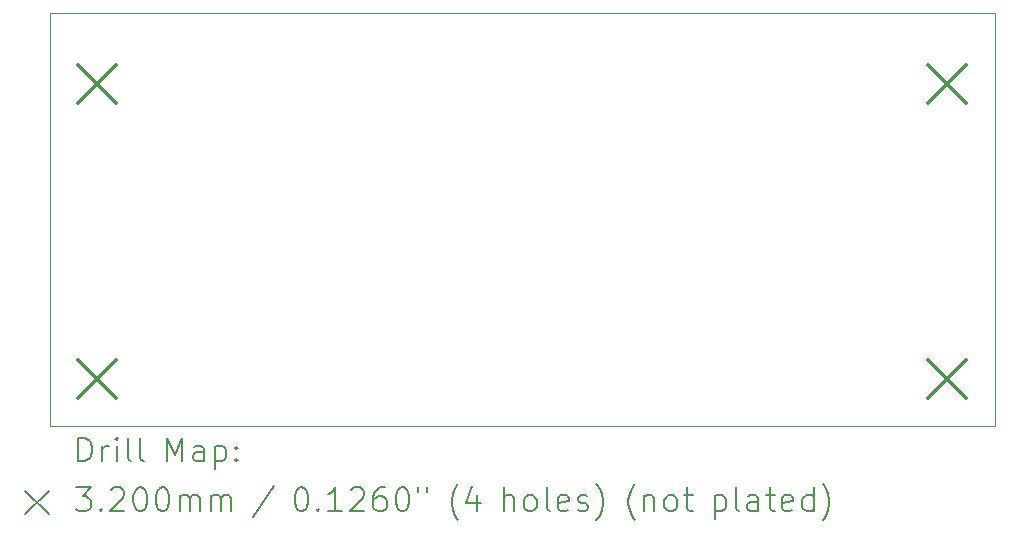
<source format=gbr>
%TF.GenerationSoftware,KiCad,Pcbnew,(7.0.0)*%
%TF.CreationDate,2023-02-19T07:11:06+03:00*%
%TF.ProjectId,V0_McDisplay,56305f4d-6344-4697-9370-6c61792e6b69,1*%
%TF.SameCoordinates,Original*%
%TF.FileFunction,Drillmap*%
%TF.FilePolarity,Positive*%
%FSLAX45Y45*%
G04 Gerber Fmt 4.5, Leading zero omitted, Abs format (unit mm)*
G04 Created by KiCad (PCBNEW (7.0.0)) date 2023-02-19 07:11:06*
%MOMM*%
%LPD*%
G01*
G04 APERTURE LIST*
%ADD10C,0.100000*%
%ADD11C,0.200000*%
%ADD12C,0.320000*%
G04 APERTURE END LIST*
D10*
X0Y0D02*
X8000000Y0D01*
X8000000Y0D02*
X8000000Y-3500000D01*
X8000000Y-3500000D02*
X0Y-3500000D01*
X0Y-3500000D02*
X0Y0D01*
D11*
D12*
X240000Y-440000D02*
X560000Y-760000D01*
X560000Y-440000D02*
X240000Y-760000D01*
X240000Y-2940000D02*
X560000Y-3260000D01*
X560000Y-2940000D02*
X240000Y-3260000D01*
X7440000Y-440000D02*
X7760000Y-760000D01*
X7760000Y-440000D02*
X7440000Y-760000D01*
X7440000Y-2940000D02*
X7760000Y-3260000D01*
X7760000Y-2940000D02*
X7440000Y-3260000D01*
D11*
X242619Y-3798476D02*
X242619Y-3598476D01*
X242619Y-3598476D02*
X290238Y-3598476D01*
X290238Y-3598476D02*
X318810Y-3608000D01*
X318810Y-3608000D02*
X337857Y-3627048D01*
X337857Y-3627048D02*
X347381Y-3646095D01*
X347381Y-3646095D02*
X356905Y-3684190D01*
X356905Y-3684190D02*
X356905Y-3712762D01*
X356905Y-3712762D02*
X347381Y-3750857D01*
X347381Y-3750857D02*
X337857Y-3769905D01*
X337857Y-3769905D02*
X318810Y-3788952D01*
X318810Y-3788952D02*
X290238Y-3798476D01*
X290238Y-3798476D02*
X242619Y-3798476D01*
X442619Y-3798476D02*
X442619Y-3665143D01*
X442619Y-3703238D02*
X452143Y-3684190D01*
X452143Y-3684190D02*
X461667Y-3674667D01*
X461667Y-3674667D02*
X480714Y-3665143D01*
X480714Y-3665143D02*
X499762Y-3665143D01*
X566429Y-3798476D02*
X566429Y-3665143D01*
X566429Y-3598476D02*
X556905Y-3608000D01*
X556905Y-3608000D02*
X566429Y-3617524D01*
X566429Y-3617524D02*
X575952Y-3608000D01*
X575952Y-3608000D02*
X566429Y-3598476D01*
X566429Y-3598476D02*
X566429Y-3617524D01*
X690238Y-3798476D02*
X671190Y-3788952D01*
X671190Y-3788952D02*
X661667Y-3769905D01*
X661667Y-3769905D02*
X661667Y-3598476D01*
X795000Y-3798476D02*
X775952Y-3788952D01*
X775952Y-3788952D02*
X766428Y-3769905D01*
X766428Y-3769905D02*
X766428Y-3598476D01*
X991190Y-3798476D02*
X991190Y-3598476D01*
X991190Y-3598476D02*
X1057857Y-3741333D01*
X1057857Y-3741333D02*
X1124524Y-3598476D01*
X1124524Y-3598476D02*
X1124524Y-3798476D01*
X1305476Y-3798476D02*
X1305476Y-3693714D01*
X1305476Y-3693714D02*
X1295952Y-3674667D01*
X1295952Y-3674667D02*
X1276905Y-3665143D01*
X1276905Y-3665143D02*
X1238809Y-3665143D01*
X1238809Y-3665143D02*
X1219762Y-3674667D01*
X1305476Y-3788952D02*
X1286429Y-3798476D01*
X1286429Y-3798476D02*
X1238809Y-3798476D01*
X1238809Y-3798476D02*
X1219762Y-3788952D01*
X1219762Y-3788952D02*
X1210238Y-3769905D01*
X1210238Y-3769905D02*
X1210238Y-3750857D01*
X1210238Y-3750857D02*
X1219762Y-3731809D01*
X1219762Y-3731809D02*
X1238809Y-3722286D01*
X1238809Y-3722286D02*
X1286429Y-3722286D01*
X1286429Y-3722286D02*
X1305476Y-3712762D01*
X1400714Y-3665143D02*
X1400714Y-3865143D01*
X1400714Y-3674667D02*
X1419762Y-3665143D01*
X1419762Y-3665143D02*
X1457857Y-3665143D01*
X1457857Y-3665143D02*
X1476905Y-3674667D01*
X1476905Y-3674667D02*
X1486428Y-3684190D01*
X1486428Y-3684190D02*
X1495952Y-3703238D01*
X1495952Y-3703238D02*
X1495952Y-3760381D01*
X1495952Y-3760381D02*
X1486428Y-3779428D01*
X1486428Y-3779428D02*
X1476905Y-3788952D01*
X1476905Y-3788952D02*
X1457857Y-3798476D01*
X1457857Y-3798476D02*
X1419762Y-3798476D01*
X1419762Y-3798476D02*
X1400714Y-3788952D01*
X1581667Y-3779428D02*
X1591190Y-3788952D01*
X1591190Y-3788952D02*
X1581667Y-3798476D01*
X1581667Y-3798476D02*
X1572143Y-3788952D01*
X1572143Y-3788952D02*
X1581667Y-3779428D01*
X1581667Y-3779428D02*
X1581667Y-3798476D01*
X1581667Y-3674667D02*
X1591190Y-3684190D01*
X1591190Y-3684190D02*
X1581667Y-3693714D01*
X1581667Y-3693714D02*
X1572143Y-3684190D01*
X1572143Y-3684190D02*
X1581667Y-3674667D01*
X1581667Y-3674667D02*
X1581667Y-3693714D01*
X-205000Y-4045000D02*
X-5000Y-4245000D01*
X-5000Y-4045000D02*
X-205000Y-4245000D01*
X223571Y-4018476D02*
X347381Y-4018476D01*
X347381Y-4018476D02*
X280714Y-4094667D01*
X280714Y-4094667D02*
X309286Y-4094667D01*
X309286Y-4094667D02*
X328333Y-4104190D01*
X328333Y-4104190D02*
X337857Y-4113714D01*
X337857Y-4113714D02*
X347381Y-4132762D01*
X347381Y-4132762D02*
X347381Y-4180381D01*
X347381Y-4180381D02*
X337857Y-4199429D01*
X337857Y-4199429D02*
X328333Y-4208952D01*
X328333Y-4208952D02*
X309286Y-4218476D01*
X309286Y-4218476D02*
X252143Y-4218476D01*
X252143Y-4218476D02*
X233095Y-4208952D01*
X233095Y-4208952D02*
X223571Y-4199429D01*
X433095Y-4199429D02*
X442619Y-4208952D01*
X442619Y-4208952D02*
X433095Y-4218476D01*
X433095Y-4218476D02*
X423571Y-4208952D01*
X423571Y-4208952D02*
X433095Y-4199429D01*
X433095Y-4199429D02*
X433095Y-4218476D01*
X518809Y-4037524D02*
X528333Y-4028000D01*
X528333Y-4028000D02*
X547381Y-4018476D01*
X547381Y-4018476D02*
X595000Y-4018476D01*
X595000Y-4018476D02*
X614048Y-4028000D01*
X614048Y-4028000D02*
X623571Y-4037524D01*
X623571Y-4037524D02*
X633095Y-4056571D01*
X633095Y-4056571D02*
X633095Y-4075619D01*
X633095Y-4075619D02*
X623571Y-4104190D01*
X623571Y-4104190D02*
X509286Y-4218476D01*
X509286Y-4218476D02*
X633095Y-4218476D01*
X756905Y-4018476D02*
X775952Y-4018476D01*
X775952Y-4018476D02*
X795000Y-4028000D01*
X795000Y-4028000D02*
X804524Y-4037524D01*
X804524Y-4037524D02*
X814048Y-4056571D01*
X814048Y-4056571D02*
X823571Y-4094667D01*
X823571Y-4094667D02*
X823571Y-4142286D01*
X823571Y-4142286D02*
X814048Y-4180381D01*
X814048Y-4180381D02*
X804524Y-4199429D01*
X804524Y-4199429D02*
X795000Y-4208952D01*
X795000Y-4208952D02*
X775952Y-4218476D01*
X775952Y-4218476D02*
X756905Y-4218476D01*
X756905Y-4218476D02*
X737857Y-4208952D01*
X737857Y-4208952D02*
X728333Y-4199429D01*
X728333Y-4199429D02*
X718809Y-4180381D01*
X718809Y-4180381D02*
X709286Y-4142286D01*
X709286Y-4142286D02*
X709286Y-4094667D01*
X709286Y-4094667D02*
X718809Y-4056571D01*
X718809Y-4056571D02*
X728333Y-4037524D01*
X728333Y-4037524D02*
X737857Y-4028000D01*
X737857Y-4028000D02*
X756905Y-4018476D01*
X947381Y-4018476D02*
X966429Y-4018476D01*
X966429Y-4018476D02*
X985476Y-4028000D01*
X985476Y-4028000D02*
X995000Y-4037524D01*
X995000Y-4037524D02*
X1004524Y-4056571D01*
X1004524Y-4056571D02*
X1014048Y-4094667D01*
X1014048Y-4094667D02*
X1014048Y-4142286D01*
X1014048Y-4142286D02*
X1004524Y-4180381D01*
X1004524Y-4180381D02*
X995000Y-4199429D01*
X995000Y-4199429D02*
X985476Y-4208952D01*
X985476Y-4208952D02*
X966429Y-4218476D01*
X966429Y-4218476D02*
X947381Y-4218476D01*
X947381Y-4218476D02*
X928333Y-4208952D01*
X928333Y-4208952D02*
X918809Y-4199429D01*
X918809Y-4199429D02*
X909286Y-4180381D01*
X909286Y-4180381D02*
X899762Y-4142286D01*
X899762Y-4142286D02*
X899762Y-4094667D01*
X899762Y-4094667D02*
X909286Y-4056571D01*
X909286Y-4056571D02*
X918809Y-4037524D01*
X918809Y-4037524D02*
X928333Y-4028000D01*
X928333Y-4028000D02*
X947381Y-4018476D01*
X1099762Y-4218476D02*
X1099762Y-4085143D01*
X1099762Y-4104190D02*
X1109286Y-4094667D01*
X1109286Y-4094667D02*
X1128333Y-4085143D01*
X1128333Y-4085143D02*
X1156905Y-4085143D01*
X1156905Y-4085143D02*
X1175952Y-4094667D01*
X1175952Y-4094667D02*
X1185476Y-4113714D01*
X1185476Y-4113714D02*
X1185476Y-4218476D01*
X1185476Y-4113714D02*
X1195000Y-4094667D01*
X1195000Y-4094667D02*
X1214048Y-4085143D01*
X1214048Y-4085143D02*
X1242619Y-4085143D01*
X1242619Y-4085143D02*
X1261667Y-4094667D01*
X1261667Y-4094667D02*
X1271191Y-4113714D01*
X1271191Y-4113714D02*
X1271191Y-4218476D01*
X1366429Y-4218476D02*
X1366429Y-4085143D01*
X1366429Y-4104190D02*
X1375952Y-4094667D01*
X1375952Y-4094667D02*
X1395000Y-4085143D01*
X1395000Y-4085143D02*
X1423571Y-4085143D01*
X1423571Y-4085143D02*
X1442619Y-4094667D01*
X1442619Y-4094667D02*
X1452143Y-4113714D01*
X1452143Y-4113714D02*
X1452143Y-4218476D01*
X1452143Y-4113714D02*
X1461667Y-4094667D01*
X1461667Y-4094667D02*
X1480714Y-4085143D01*
X1480714Y-4085143D02*
X1509286Y-4085143D01*
X1509286Y-4085143D02*
X1528333Y-4094667D01*
X1528333Y-4094667D02*
X1537857Y-4113714D01*
X1537857Y-4113714D02*
X1537857Y-4218476D01*
X1895952Y-4008952D02*
X1724524Y-4266095D01*
X2120714Y-4018476D02*
X2139762Y-4018476D01*
X2139762Y-4018476D02*
X2158810Y-4028000D01*
X2158810Y-4028000D02*
X2168333Y-4037524D01*
X2168333Y-4037524D02*
X2177857Y-4056571D01*
X2177857Y-4056571D02*
X2187381Y-4094667D01*
X2187381Y-4094667D02*
X2187381Y-4142286D01*
X2187381Y-4142286D02*
X2177857Y-4180381D01*
X2177857Y-4180381D02*
X2168333Y-4199429D01*
X2168333Y-4199429D02*
X2158810Y-4208952D01*
X2158810Y-4208952D02*
X2139762Y-4218476D01*
X2139762Y-4218476D02*
X2120714Y-4218476D01*
X2120714Y-4218476D02*
X2101667Y-4208952D01*
X2101667Y-4208952D02*
X2092143Y-4199429D01*
X2092143Y-4199429D02*
X2082619Y-4180381D01*
X2082619Y-4180381D02*
X2073095Y-4142286D01*
X2073095Y-4142286D02*
X2073095Y-4094667D01*
X2073095Y-4094667D02*
X2082619Y-4056571D01*
X2082619Y-4056571D02*
X2092143Y-4037524D01*
X2092143Y-4037524D02*
X2101667Y-4028000D01*
X2101667Y-4028000D02*
X2120714Y-4018476D01*
X2273095Y-4199429D02*
X2282619Y-4208952D01*
X2282619Y-4208952D02*
X2273095Y-4218476D01*
X2273095Y-4218476D02*
X2263572Y-4208952D01*
X2263572Y-4208952D02*
X2273095Y-4199429D01*
X2273095Y-4199429D02*
X2273095Y-4218476D01*
X2473095Y-4218476D02*
X2358810Y-4218476D01*
X2415952Y-4218476D02*
X2415952Y-4018476D01*
X2415952Y-4018476D02*
X2396905Y-4047048D01*
X2396905Y-4047048D02*
X2377857Y-4066095D01*
X2377857Y-4066095D02*
X2358810Y-4075619D01*
X2549286Y-4037524D02*
X2558810Y-4028000D01*
X2558810Y-4028000D02*
X2577857Y-4018476D01*
X2577857Y-4018476D02*
X2625476Y-4018476D01*
X2625476Y-4018476D02*
X2644524Y-4028000D01*
X2644524Y-4028000D02*
X2654048Y-4037524D01*
X2654048Y-4037524D02*
X2663572Y-4056571D01*
X2663572Y-4056571D02*
X2663572Y-4075619D01*
X2663572Y-4075619D02*
X2654048Y-4104190D01*
X2654048Y-4104190D02*
X2539762Y-4218476D01*
X2539762Y-4218476D02*
X2663572Y-4218476D01*
X2835000Y-4018476D02*
X2796905Y-4018476D01*
X2796905Y-4018476D02*
X2777857Y-4028000D01*
X2777857Y-4028000D02*
X2768333Y-4037524D01*
X2768333Y-4037524D02*
X2749286Y-4066095D01*
X2749286Y-4066095D02*
X2739762Y-4104190D01*
X2739762Y-4104190D02*
X2739762Y-4180381D01*
X2739762Y-4180381D02*
X2749286Y-4199429D01*
X2749286Y-4199429D02*
X2758810Y-4208952D01*
X2758810Y-4208952D02*
X2777857Y-4218476D01*
X2777857Y-4218476D02*
X2815952Y-4218476D01*
X2815952Y-4218476D02*
X2835000Y-4208952D01*
X2835000Y-4208952D02*
X2844524Y-4199429D01*
X2844524Y-4199429D02*
X2854048Y-4180381D01*
X2854048Y-4180381D02*
X2854048Y-4132762D01*
X2854048Y-4132762D02*
X2844524Y-4113714D01*
X2844524Y-4113714D02*
X2835000Y-4104190D01*
X2835000Y-4104190D02*
X2815952Y-4094667D01*
X2815952Y-4094667D02*
X2777857Y-4094667D01*
X2777857Y-4094667D02*
X2758810Y-4104190D01*
X2758810Y-4104190D02*
X2749286Y-4113714D01*
X2749286Y-4113714D02*
X2739762Y-4132762D01*
X2977857Y-4018476D02*
X2996905Y-4018476D01*
X2996905Y-4018476D02*
X3015952Y-4028000D01*
X3015952Y-4028000D02*
X3025476Y-4037524D01*
X3025476Y-4037524D02*
X3035000Y-4056571D01*
X3035000Y-4056571D02*
X3044524Y-4094667D01*
X3044524Y-4094667D02*
X3044524Y-4142286D01*
X3044524Y-4142286D02*
X3035000Y-4180381D01*
X3035000Y-4180381D02*
X3025476Y-4199429D01*
X3025476Y-4199429D02*
X3015952Y-4208952D01*
X3015952Y-4208952D02*
X2996905Y-4218476D01*
X2996905Y-4218476D02*
X2977857Y-4218476D01*
X2977857Y-4218476D02*
X2958810Y-4208952D01*
X2958810Y-4208952D02*
X2949286Y-4199429D01*
X2949286Y-4199429D02*
X2939762Y-4180381D01*
X2939762Y-4180381D02*
X2930238Y-4142286D01*
X2930238Y-4142286D02*
X2930238Y-4094667D01*
X2930238Y-4094667D02*
X2939762Y-4056571D01*
X2939762Y-4056571D02*
X2949286Y-4037524D01*
X2949286Y-4037524D02*
X2958810Y-4028000D01*
X2958810Y-4028000D02*
X2977857Y-4018476D01*
X3120714Y-4018476D02*
X3120714Y-4056571D01*
X3196905Y-4018476D02*
X3196905Y-4056571D01*
X3459762Y-4294667D02*
X3450238Y-4285143D01*
X3450238Y-4285143D02*
X3431191Y-4256571D01*
X3431191Y-4256571D02*
X3421667Y-4237524D01*
X3421667Y-4237524D02*
X3412143Y-4208952D01*
X3412143Y-4208952D02*
X3402619Y-4161333D01*
X3402619Y-4161333D02*
X3402619Y-4123238D01*
X3402619Y-4123238D02*
X3412143Y-4075619D01*
X3412143Y-4075619D02*
X3421667Y-4047048D01*
X3421667Y-4047048D02*
X3431191Y-4028000D01*
X3431191Y-4028000D02*
X3450238Y-3999428D01*
X3450238Y-3999428D02*
X3459762Y-3989905D01*
X3621667Y-4085143D02*
X3621667Y-4218476D01*
X3574048Y-4008952D02*
X3526429Y-4151809D01*
X3526429Y-4151809D02*
X3650238Y-4151809D01*
X3846429Y-4218476D02*
X3846429Y-4018476D01*
X3932143Y-4218476D02*
X3932143Y-4113714D01*
X3932143Y-4113714D02*
X3922619Y-4094667D01*
X3922619Y-4094667D02*
X3903572Y-4085143D01*
X3903572Y-4085143D02*
X3875000Y-4085143D01*
X3875000Y-4085143D02*
X3855952Y-4094667D01*
X3855952Y-4094667D02*
X3846429Y-4104190D01*
X4055952Y-4218476D02*
X4036905Y-4208952D01*
X4036905Y-4208952D02*
X4027381Y-4199429D01*
X4027381Y-4199429D02*
X4017857Y-4180381D01*
X4017857Y-4180381D02*
X4017857Y-4123238D01*
X4017857Y-4123238D02*
X4027381Y-4104190D01*
X4027381Y-4104190D02*
X4036905Y-4094667D01*
X4036905Y-4094667D02*
X4055952Y-4085143D01*
X4055952Y-4085143D02*
X4084524Y-4085143D01*
X4084524Y-4085143D02*
X4103572Y-4094667D01*
X4103572Y-4094667D02*
X4113095Y-4104190D01*
X4113095Y-4104190D02*
X4122619Y-4123238D01*
X4122619Y-4123238D02*
X4122619Y-4180381D01*
X4122619Y-4180381D02*
X4113095Y-4199429D01*
X4113095Y-4199429D02*
X4103572Y-4208952D01*
X4103572Y-4208952D02*
X4084524Y-4218476D01*
X4084524Y-4218476D02*
X4055952Y-4218476D01*
X4236905Y-4218476D02*
X4217857Y-4208952D01*
X4217857Y-4208952D02*
X4208334Y-4189905D01*
X4208334Y-4189905D02*
X4208334Y-4018476D01*
X4389286Y-4208952D02*
X4370238Y-4218476D01*
X4370238Y-4218476D02*
X4332143Y-4218476D01*
X4332143Y-4218476D02*
X4313095Y-4208952D01*
X4313095Y-4208952D02*
X4303572Y-4189905D01*
X4303572Y-4189905D02*
X4303572Y-4113714D01*
X4303572Y-4113714D02*
X4313095Y-4094667D01*
X4313095Y-4094667D02*
X4332143Y-4085143D01*
X4332143Y-4085143D02*
X4370238Y-4085143D01*
X4370238Y-4085143D02*
X4389286Y-4094667D01*
X4389286Y-4094667D02*
X4398810Y-4113714D01*
X4398810Y-4113714D02*
X4398810Y-4132762D01*
X4398810Y-4132762D02*
X4303572Y-4151809D01*
X4475000Y-4208952D02*
X4494048Y-4218476D01*
X4494048Y-4218476D02*
X4532143Y-4218476D01*
X4532143Y-4218476D02*
X4551191Y-4208952D01*
X4551191Y-4208952D02*
X4560715Y-4189905D01*
X4560715Y-4189905D02*
X4560715Y-4180381D01*
X4560715Y-4180381D02*
X4551191Y-4161333D01*
X4551191Y-4161333D02*
X4532143Y-4151809D01*
X4532143Y-4151809D02*
X4503572Y-4151809D01*
X4503572Y-4151809D02*
X4484524Y-4142286D01*
X4484524Y-4142286D02*
X4475000Y-4123238D01*
X4475000Y-4123238D02*
X4475000Y-4113714D01*
X4475000Y-4113714D02*
X4484524Y-4094667D01*
X4484524Y-4094667D02*
X4503572Y-4085143D01*
X4503572Y-4085143D02*
X4532143Y-4085143D01*
X4532143Y-4085143D02*
X4551191Y-4094667D01*
X4627381Y-4294667D02*
X4636905Y-4285143D01*
X4636905Y-4285143D02*
X4655953Y-4256571D01*
X4655953Y-4256571D02*
X4665476Y-4237524D01*
X4665476Y-4237524D02*
X4675000Y-4208952D01*
X4675000Y-4208952D02*
X4684524Y-4161333D01*
X4684524Y-4161333D02*
X4684524Y-4123238D01*
X4684524Y-4123238D02*
X4675000Y-4075619D01*
X4675000Y-4075619D02*
X4665476Y-4047048D01*
X4665476Y-4047048D02*
X4655953Y-4028000D01*
X4655953Y-4028000D02*
X4636905Y-3999428D01*
X4636905Y-3999428D02*
X4627381Y-3989905D01*
X4956905Y-4294667D02*
X4947381Y-4285143D01*
X4947381Y-4285143D02*
X4928334Y-4256571D01*
X4928334Y-4256571D02*
X4918810Y-4237524D01*
X4918810Y-4237524D02*
X4909286Y-4208952D01*
X4909286Y-4208952D02*
X4899762Y-4161333D01*
X4899762Y-4161333D02*
X4899762Y-4123238D01*
X4899762Y-4123238D02*
X4909286Y-4075619D01*
X4909286Y-4075619D02*
X4918810Y-4047048D01*
X4918810Y-4047048D02*
X4928334Y-4028000D01*
X4928334Y-4028000D02*
X4947381Y-3999428D01*
X4947381Y-3999428D02*
X4956905Y-3989905D01*
X5033095Y-4085143D02*
X5033095Y-4218476D01*
X5033095Y-4104190D02*
X5042619Y-4094667D01*
X5042619Y-4094667D02*
X5061667Y-4085143D01*
X5061667Y-4085143D02*
X5090238Y-4085143D01*
X5090238Y-4085143D02*
X5109286Y-4094667D01*
X5109286Y-4094667D02*
X5118810Y-4113714D01*
X5118810Y-4113714D02*
X5118810Y-4218476D01*
X5242619Y-4218476D02*
X5223572Y-4208952D01*
X5223572Y-4208952D02*
X5214048Y-4199429D01*
X5214048Y-4199429D02*
X5204524Y-4180381D01*
X5204524Y-4180381D02*
X5204524Y-4123238D01*
X5204524Y-4123238D02*
X5214048Y-4104190D01*
X5214048Y-4104190D02*
X5223572Y-4094667D01*
X5223572Y-4094667D02*
X5242619Y-4085143D01*
X5242619Y-4085143D02*
X5271191Y-4085143D01*
X5271191Y-4085143D02*
X5290238Y-4094667D01*
X5290238Y-4094667D02*
X5299762Y-4104190D01*
X5299762Y-4104190D02*
X5309286Y-4123238D01*
X5309286Y-4123238D02*
X5309286Y-4180381D01*
X5309286Y-4180381D02*
X5299762Y-4199429D01*
X5299762Y-4199429D02*
X5290238Y-4208952D01*
X5290238Y-4208952D02*
X5271191Y-4218476D01*
X5271191Y-4218476D02*
X5242619Y-4218476D01*
X5366429Y-4085143D02*
X5442619Y-4085143D01*
X5395000Y-4018476D02*
X5395000Y-4189905D01*
X5395000Y-4189905D02*
X5404524Y-4208952D01*
X5404524Y-4208952D02*
X5423572Y-4218476D01*
X5423572Y-4218476D02*
X5442619Y-4218476D01*
X5629286Y-4085143D02*
X5629286Y-4285143D01*
X5629286Y-4094667D02*
X5648333Y-4085143D01*
X5648333Y-4085143D02*
X5686429Y-4085143D01*
X5686429Y-4085143D02*
X5705476Y-4094667D01*
X5705476Y-4094667D02*
X5715000Y-4104190D01*
X5715000Y-4104190D02*
X5724524Y-4123238D01*
X5724524Y-4123238D02*
X5724524Y-4180381D01*
X5724524Y-4180381D02*
X5715000Y-4199429D01*
X5715000Y-4199429D02*
X5705476Y-4208952D01*
X5705476Y-4208952D02*
X5686429Y-4218476D01*
X5686429Y-4218476D02*
X5648333Y-4218476D01*
X5648333Y-4218476D02*
X5629286Y-4208952D01*
X5838810Y-4218476D02*
X5819762Y-4208952D01*
X5819762Y-4208952D02*
X5810238Y-4189905D01*
X5810238Y-4189905D02*
X5810238Y-4018476D01*
X6000714Y-4218476D02*
X6000714Y-4113714D01*
X6000714Y-4113714D02*
X5991191Y-4094667D01*
X5991191Y-4094667D02*
X5972143Y-4085143D01*
X5972143Y-4085143D02*
X5934048Y-4085143D01*
X5934048Y-4085143D02*
X5915000Y-4094667D01*
X6000714Y-4208952D02*
X5981667Y-4218476D01*
X5981667Y-4218476D02*
X5934048Y-4218476D01*
X5934048Y-4218476D02*
X5915000Y-4208952D01*
X5915000Y-4208952D02*
X5905476Y-4189905D01*
X5905476Y-4189905D02*
X5905476Y-4170857D01*
X5905476Y-4170857D02*
X5915000Y-4151809D01*
X5915000Y-4151809D02*
X5934048Y-4142286D01*
X5934048Y-4142286D02*
X5981667Y-4142286D01*
X5981667Y-4142286D02*
X6000714Y-4132762D01*
X6067381Y-4085143D02*
X6143572Y-4085143D01*
X6095953Y-4018476D02*
X6095953Y-4189905D01*
X6095953Y-4189905D02*
X6105476Y-4208952D01*
X6105476Y-4208952D02*
X6124524Y-4218476D01*
X6124524Y-4218476D02*
X6143572Y-4218476D01*
X6286429Y-4208952D02*
X6267381Y-4218476D01*
X6267381Y-4218476D02*
X6229286Y-4218476D01*
X6229286Y-4218476D02*
X6210238Y-4208952D01*
X6210238Y-4208952D02*
X6200714Y-4189905D01*
X6200714Y-4189905D02*
X6200714Y-4113714D01*
X6200714Y-4113714D02*
X6210238Y-4094667D01*
X6210238Y-4094667D02*
X6229286Y-4085143D01*
X6229286Y-4085143D02*
X6267381Y-4085143D01*
X6267381Y-4085143D02*
X6286429Y-4094667D01*
X6286429Y-4094667D02*
X6295953Y-4113714D01*
X6295953Y-4113714D02*
X6295953Y-4132762D01*
X6295953Y-4132762D02*
X6200714Y-4151809D01*
X6467381Y-4218476D02*
X6467381Y-4018476D01*
X6467381Y-4208952D02*
X6448334Y-4218476D01*
X6448334Y-4218476D02*
X6410238Y-4218476D01*
X6410238Y-4218476D02*
X6391191Y-4208952D01*
X6391191Y-4208952D02*
X6381667Y-4199429D01*
X6381667Y-4199429D02*
X6372143Y-4180381D01*
X6372143Y-4180381D02*
X6372143Y-4123238D01*
X6372143Y-4123238D02*
X6381667Y-4104190D01*
X6381667Y-4104190D02*
X6391191Y-4094667D01*
X6391191Y-4094667D02*
X6410238Y-4085143D01*
X6410238Y-4085143D02*
X6448334Y-4085143D01*
X6448334Y-4085143D02*
X6467381Y-4094667D01*
X6543572Y-4294667D02*
X6553095Y-4285143D01*
X6553095Y-4285143D02*
X6572143Y-4256571D01*
X6572143Y-4256571D02*
X6581667Y-4237524D01*
X6581667Y-4237524D02*
X6591191Y-4208952D01*
X6591191Y-4208952D02*
X6600714Y-4161333D01*
X6600714Y-4161333D02*
X6600714Y-4123238D01*
X6600714Y-4123238D02*
X6591191Y-4075619D01*
X6591191Y-4075619D02*
X6581667Y-4047048D01*
X6581667Y-4047048D02*
X6572143Y-4028000D01*
X6572143Y-4028000D02*
X6553095Y-3999428D01*
X6553095Y-3999428D02*
X6543572Y-3989905D01*
M02*

</source>
